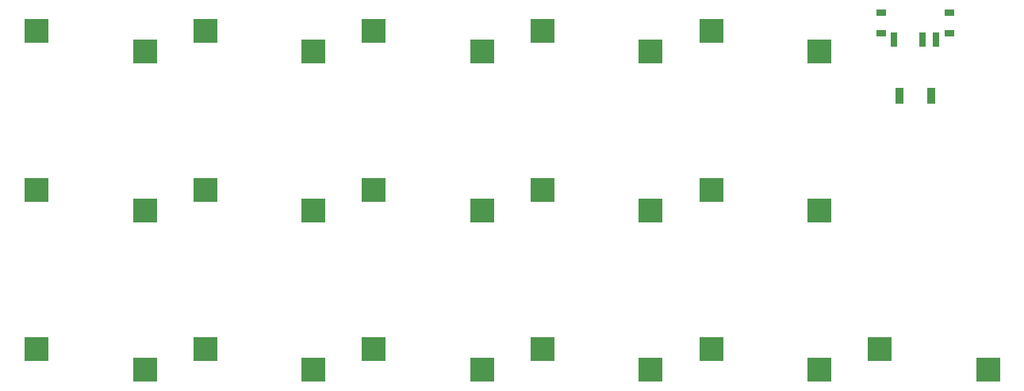
<source format=gbr>
%TF.GenerationSoftware,KiCad,Pcbnew,(6.0.7-1)-1*%
%TF.CreationDate,2022-10-23T13:43:15-07:00*%
%TF.ProjectId,card,63617264-2e6b-4696-9361-645f70636258,v1.0.0*%
%TF.SameCoordinates,Original*%
%TF.FileFunction,Paste,Bot*%
%TF.FilePolarity,Positive*%
%FSLAX46Y46*%
G04 Gerber Fmt 4.6, Leading zero omitted, Abs format (unit mm)*
G04 Created by KiCad (PCBNEW (6.0.7-1)-1) date 2022-10-23 13:43:15*
%MOMM*%
%LPD*%
G01*
G04 APERTURE LIST*
%ADD10R,1.000000X0.800000*%
%ADD11R,0.700000X1.500000*%
%ADD12R,2.600000X2.600000*%
%ADD13R,0.900000X1.700000*%
G04 APERTURE END LIST*
D10*
%TO.C,*%
X112150000Y39720000D03*
X104850000Y39720000D03*
X112150000Y41930000D03*
X104850000Y41930000D03*
D11*
X106250000Y39070000D03*
X109250000Y39070000D03*
X110750000Y39070000D03*
%TD*%
D12*
%TO.C,S31*%
X104725000Y5950000D03*
X116275000Y3750000D03*
%TD*%
%TO.C,S15*%
X50725000Y22950000D03*
X62275000Y20750000D03*
%TD*%
%TO.C,S19*%
X68725000Y5950000D03*
X80275000Y3750000D03*
%TD*%
%TO.C,S11*%
X32725000Y39950000D03*
X44275000Y37750000D03*
%TD*%
%TO.C,S7*%
X32725000Y5950000D03*
X44275000Y3750000D03*
%TD*%
%TO.C,S27*%
X86725000Y22950000D03*
X98275000Y20750000D03*
%TD*%
%TO.C,S9*%
X32725000Y22950000D03*
X44275000Y20750000D03*
%TD*%
D13*
%TO.C,*%
X106800000Y33000000D03*
X110200000Y33000000D03*
%TD*%
D12*
%TO.C,S17*%
X50725000Y39950000D03*
X62275000Y37750000D03*
%TD*%
%TO.C,S21*%
X68725000Y22950000D03*
X80275000Y20750000D03*
%TD*%
%TO.C,S25*%
X86725000Y5950000D03*
X98275000Y3750000D03*
%TD*%
%TO.C,S3*%
X14725000Y22950000D03*
X26275000Y20750000D03*
%TD*%
%TO.C,S5*%
X14725000Y39950000D03*
X26275000Y37750000D03*
%TD*%
%TO.C,S29*%
X86725000Y39950000D03*
X98275000Y37750000D03*
%TD*%
%TO.C,S13*%
X50725000Y5950000D03*
X62275000Y3750000D03*
%TD*%
%TO.C,S23*%
X68725000Y39950000D03*
X80275000Y37750000D03*
%TD*%
%TO.C,S1*%
X14725000Y5950000D03*
X26275000Y3750000D03*
%TD*%
M02*

</source>
